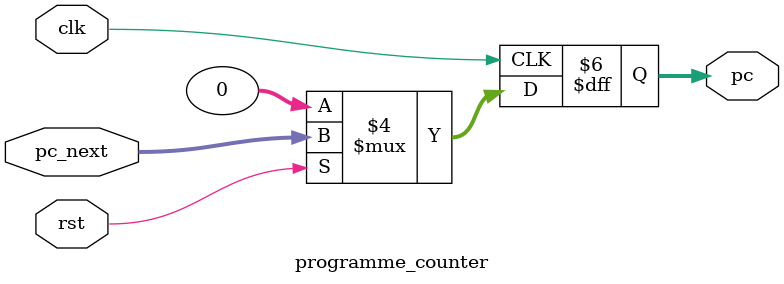
<source format=v>
module programme_counter(pc_next,rst,clk,pc);
  input [31:0]pc_next;
  input clk,rst;
  output reg [31:0]pc;
  
  always@(posedge clk)begin
    if(!rst) begin    pc<=32'd0;  end
    else begin      pc<=pc_next;   end
  end
  
endmodule

</source>
